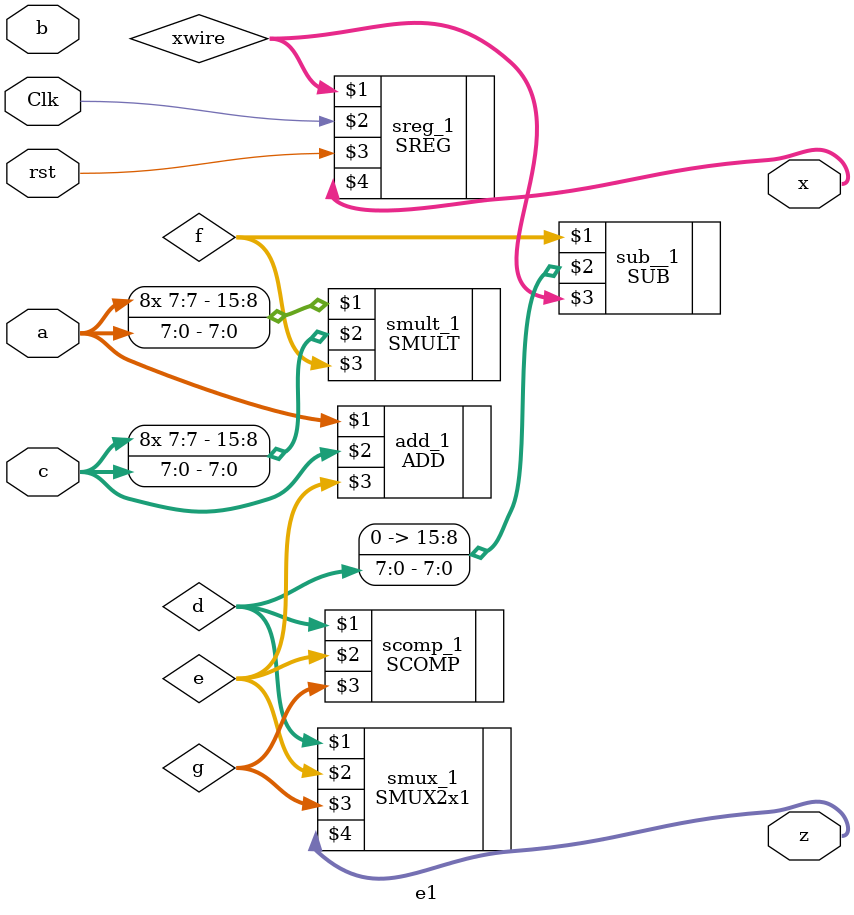
<source format=v>
`timescale 1ns / 1ps

module e1( Clk, rst, a, b, c, z, x );
    input Clk, rst;
    input signed [7:0] a, b, c;

    output signed [7:0] z;
    output signed [15:0] x;

    wire signed [7:0] d, e;
    wire signed [15:0] f, g, xwire;

//INVALID OPERATOR IN NETLIST
    ADD #(8) add_1(a, c, e);
    SCOMP #(8) scomp_1(d, e, g, , );
    SMUX2x1 #(8) smux_1(d, e, g, z);
    SMULT #(16) smult_1({{8{a[7]}},a[7:0]}, {{8{c[7]}},c[7:0]}, f);
    SUB #(16) sub__1(f, {{8'b0},d[7:0]}, xwire);
    SREG #(16) sreg_1(xwire, Clk, rst, x);
endmodule

</source>
